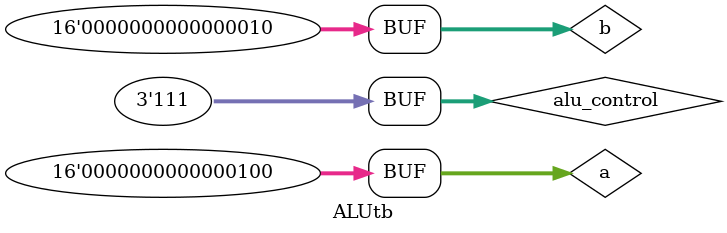
<source format=v>
`timescale 1ns / 1ps

module ALUtb();
    reg [15:0] a;//src1
    reg [15:0] b; //src2
    reg [2:0] alu_control; //function sel
    wire [15:0] result; //result
    wire zero;
    
    ALU a1(a, b, alu_control, result, zero);
    
    initial
    begin
        alu_control = 3'b000; b = 16'd2; a = 16'd4;
        #10 ;
        alu_control = 3'b001; b = 16'd2; a = 16'd4;
        #10 ;
        alu_control = 3'b010; a = 16'hff0f;
        #10 ;
        alu_control = 3'b011; b = 16'd2; a = 16'd4;
        #10 ;
        alu_control = 3'b100; b = 16'd2; a = 16'd4;
        #10 ;
        alu_control = 3'b101; b = 16'd2; a = 16'd4;
        #10 ;
        alu_control = 3'b110; b = 16'd2; a = 16'd4;
        #10 ;
        alu_control = 3'b111; b = 16'd2; a = 16'd4;
        #10 ;
    
    end
    
endmodule


</source>
